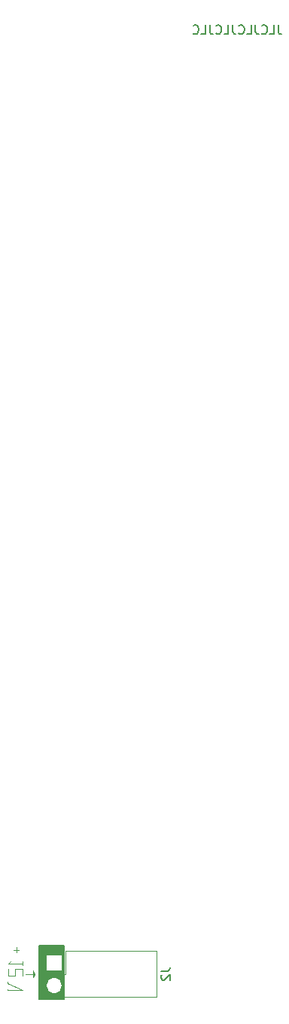
<source format=gbo>
G04 #@! TF.GenerationSoftware,KiCad,Pcbnew,6.0.10+dfsg-1~bpo11+1*
G04 #@! TF.CreationDate,2023-01-12T21:33:18+00:00*
G04 #@! TF.ProjectId,Basic-DC-mixer,42617369-632d-4444-932d-6d697865722e,rev?*
G04 #@! TF.SameCoordinates,Original*
G04 #@! TF.FileFunction,Legend,Bot*
G04 #@! TF.FilePolarity,Positive*
%FSLAX46Y46*%
G04 Gerber Fmt 4.6, Leading zero omitted, Abs format (unit mm)*
G04 Created by KiCad (PCBNEW 6.0.10+dfsg-1~bpo11+1) date 2023-01-12 21:33:18*
%MOMM*%
%LPD*%
G01*
G04 APERTURE LIST*
%ADD10C,0.120000*%
%ADD11C,0.150000*%
%ADD12C,4.000000*%
%ADD13C,1.800000*%
%ADD14R,1.600000X1.600000*%
%ADD15C,1.600000*%
%ADD16O,3.700000X2.400000*%
%ADD17O,1.600000X1.600000*%
%ADD18R,1.800000X1.800000*%
%ADD19R,1.930000X1.830000*%
%ADD20C,2.130000*%
%ADD21R,1.700000X1.700000*%
%ADD22O,1.700000X1.700000*%
G04 APERTURE END LIST*
D10*
X38650000Y-139800000D02*
X40350000Y-139800000D01*
X40350000Y-138200000D02*
X40350000Y-137400000D01*
X39550000Y-138200000D02*
X38750000Y-138200000D01*
X40350000Y-139800000D02*
X38650000Y-139000000D01*
X38750000Y-138200000D02*
X38750000Y-137400000D01*
X40350000Y-136800000D02*
X40350000Y-136600000D01*
X39550000Y-137400000D02*
X39550000Y-138200000D01*
X39650000Y-135600000D02*
X39650000Y-135000000D01*
X38650000Y-139700000D02*
X38650000Y-139800000D01*
G36*
X41700000Y-138000000D02*
G01*
X41500000Y-138400000D01*
X41500000Y-137600000D01*
X41700000Y-138000000D01*
G37*
X41700000Y-138000000D02*
X41500000Y-138400000D01*
X41500000Y-137600000D01*
X41700000Y-138000000D01*
X40350000Y-137400000D02*
X39550000Y-137400000D01*
X38750000Y-136800000D02*
X39050000Y-136500000D01*
X38650000Y-138900000D02*
X38650000Y-139000000D01*
X39950000Y-135300000D02*
X39350000Y-135300000D01*
X40700000Y-138000000D02*
X41700000Y-138000000D01*
D11*
G36*
X45000000Y-140800000D02*
G01*
X42250000Y-140800000D01*
X42250000Y-134800000D01*
X45000000Y-134800000D01*
X45000000Y-140800000D01*
G37*
X45000000Y-140800000D02*
X42250000Y-140800000D01*
X42250000Y-134800000D01*
X45000000Y-134800000D01*
X45000000Y-140800000D01*
D10*
X40350000Y-136800000D02*
X38750000Y-136800000D01*
X40350000Y-137000000D02*
X40350000Y-136800000D01*
D11*
X69119047Y-31452380D02*
X69119047Y-32166666D01*
X69166666Y-32309523D01*
X69261904Y-32404761D01*
X69404761Y-32452380D01*
X69500000Y-32452380D01*
X68166666Y-32452380D02*
X68642857Y-32452380D01*
X68642857Y-31452380D01*
X67261904Y-32357142D02*
X67309523Y-32404761D01*
X67452380Y-32452380D01*
X67547619Y-32452380D01*
X67690476Y-32404761D01*
X67785714Y-32309523D01*
X67833333Y-32214285D01*
X67880952Y-32023809D01*
X67880952Y-31880952D01*
X67833333Y-31690476D01*
X67785714Y-31595238D01*
X67690476Y-31500000D01*
X67547619Y-31452380D01*
X67452380Y-31452380D01*
X67309523Y-31500000D01*
X67261904Y-31547619D01*
X66547619Y-31452380D02*
X66547619Y-32166666D01*
X66595238Y-32309523D01*
X66690476Y-32404761D01*
X66833333Y-32452380D01*
X66928571Y-32452380D01*
X65595238Y-32452380D02*
X66071428Y-32452380D01*
X66071428Y-31452380D01*
X64690476Y-32357142D02*
X64738095Y-32404761D01*
X64880952Y-32452380D01*
X64976190Y-32452380D01*
X65119047Y-32404761D01*
X65214285Y-32309523D01*
X65261904Y-32214285D01*
X65309523Y-32023809D01*
X65309523Y-31880952D01*
X65261904Y-31690476D01*
X65214285Y-31595238D01*
X65119047Y-31500000D01*
X64976190Y-31452380D01*
X64880952Y-31452380D01*
X64738095Y-31500000D01*
X64690476Y-31547619D01*
X63976190Y-31452380D02*
X63976190Y-32166666D01*
X64023809Y-32309523D01*
X64119047Y-32404761D01*
X64261904Y-32452380D01*
X64357142Y-32452380D01*
X63023809Y-32452380D02*
X63500000Y-32452380D01*
X63500000Y-31452380D01*
X62119047Y-32357142D02*
X62166666Y-32404761D01*
X62309523Y-32452380D01*
X62404761Y-32452380D01*
X62547619Y-32404761D01*
X62642857Y-32309523D01*
X62690476Y-32214285D01*
X62738095Y-32023809D01*
X62738095Y-31880952D01*
X62690476Y-31690476D01*
X62642857Y-31595238D01*
X62547619Y-31500000D01*
X62404761Y-31452380D01*
X62309523Y-31452380D01*
X62166666Y-31500000D01*
X62119047Y-31547619D01*
X61404761Y-31452380D02*
X61404761Y-32166666D01*
X61452380Y-32309523D01*
X61547619Y-32404761D01*
X61690476Y-32452380D01*
X61785714Y-32452380D01*
X60452380Y-32452380D02*
X60928571Y-32452380D01*
X60928571Y-31452380D01*
X59547619Y-32357142D02*
X59595238Y-32404761D01*
X59738095Y-32452380D01*
X59833333Y-32452380D01*
X59976190Y-32404761D01*
X60071428Y-32309523D01*
X60119047Y-32214285D01*
X60166666Y-32023809D01*
X60166666Y-31880952D01*
X60119047Y-31690476D01*
X60071428Y-31595238D01*
X59976190Y-31500000D01*
X59833333Y-31452380D01*
X59738095Y-31452380D01*
X59595238Y-31500000D01*
X59547619Y-31547619D01*
X55952380Y-137661666D02*
X56666666Y-137661666D01*
X56809523Y-137614047D01*
X56904761Y-137518809D01*
X56952380Y-137375952D01*
X56952380Y-137280714D01*
X56047619Y-138090238D02*
X56000000Y-138137857D01*
X55952380Y-138233095D01*
X55952380Y-138471190D01*
X56000000Y-138566428D01*
X56047619Y-138614047D01*
X56142857Y-138661666D01*
X56238095Y-138661666D01*
X56380952Y-138614047D01*
X56952380Y-138042619D01*
X56952380Y-138661666D01*
D10*
X42595000Y-137995000D02*
X42595000Y-140595000D01*
X45195000Y-137995000D02*
X42595000Y-137995000D01*
X42595000Y-140595000D02*
X55415000Y-140595000D01*
X45195000Y-135395000D02*
X45195000Y-137995000D01*
X55415000Y-135395000D02*
X55415000Y-140595000D01*
X42595000Y-135395000D02*
X42595000Y-136725000D01*
X43925000Y-135395000D02*
X42595000Y-135395000D01*
X45195000Y-135395000D02*
X55415000Y-135395000D01*
%LPC*%
D12*
X65400000Y-85550000D03*
X56600000Y-85550000D03*
D13*
X63500000Y-92550000D03*
X61000000Y-92550000D03*
X58500000Y-92550000D03*
D12*
X65400000Y-108050000D03*
X56600000Y-108050000D03*
D13*
X63500000Y-115050000D03*
X61000000Y-115050000D03*
X58500000Y-115050000D03*
D14*
X32044888Y-120500000D03*
D15*
X34044888Y-120500000D03*
D16*
X44100000Y-102800000D03*
X44100000Y-107500000D03*
X44100000Y-112200000D03*
X48900000Y-102800000D03*
X48900000Y-107500000D03*
X48900000Y-112200000D03*
D15*
X42500000Y-133580000D03*
D17*
X42500000Y-123420000D03*
D18*
X45225000Y-72500000D03*
D13*
X47765000Y-72500000D03*
D15*
X68080000Y-118500000D03*
D17*
X57920000Y-118500000D03*
D15*
X68080000Y-96000000D03*
D17*
X57920000Y-96000000D03*
D12*
X65400000Y-63050000D03*
X56600000Y-63050000D03*
D13*
X63500000Y-70050000D03*
X61000000Y-70050000D03*
X58500000Y-70050000D03*
D15*
X31920000Y-48500000D03*
D17*
X42080000Y-48500000D03*
D15*
X31920000Y-116000000D03*
D17*
X42080000Y-116000000D03*
D18*
X45225000Y-95000000D03*
D13*
X47765000Y-95000000D03*
D19*
X55000000Y-122000000D03*
D20*
X55000000Y-133400000D03*
X55000000Y-125100000D03*
D15*
X31920000Y-71000000D03*
D17*
X42080000Y-71000000D03*
D19*
X35500000Y-101000000D03*
D20*
X35500000Y-112400000D03*
X35500000Y-104100000D03*
D15*
X48500000Y-133580000D03*
D17*
X48500000Y-123420000D03*
D16*
X44100000Y-35300000D03*
X44100000Y-40000000D03*
X44100000Y-44700000D03*
X48900000Y-35300000D03*
X48900000Y-40000000D03*
X48900000Y-44700000D03*
D12*
X56600000Y-40550000D03*
X65400000Y-40550000D03*
D13*
X63500000Y-47550000D03*
X61000000Y-47550000D03*
X58500000Y-47550000D03*
D15*
X31920000Y-93500000D03*
D17*
X42080000Y-93500000D03*
D18*
X45225000Y-117500000D03*
D13*
X47765000Y-117500000D03*
D15*
X68080000Y-73500000D03*
D17*
X57920000Y-73500000D03*
D15*
X68080000Y-51000000D03*
D17*
X57920000Y-51000000D03*
D19*
X35500000Y-56000000D03*
D20*
X35500000Y-67400000D03*
X35500000Y-59100000D03*
D16*
X44100000Y-80300000D03*
X44100000Y-85000000D03*
X44100000Y-89700000D03*
X48900000Y-80300000D03*
X48900000Y-85000000D03*
X48900000Y-89700000D03*
X44100000Y-57800000D03*
X44100000Y-62500000D03*
X44100000Y-67200000D03*
X48900000Y-57800000D03*
X48900000Y-62500000D03*
X48900000Y-67200000D03*
D19*
X35500000Y-33500000D03*
D20*
X35500000Y-44900000D03*
X35500000Y-36600000D03*
D15*
X45500000Y-123420000D03*
D17*
X45500000Y-133580000D03*
D18*
X45225000Y-50000000D03*
D13*
X47765000Y-50000000D03*
D14*
X34044888Y-137500000D03*
D15*
X36044888Y-137500000D03*
D19*
X35500000Y-78500000D03*
D20*
X35500000Y-89900000D03*
X35500000Y-81600000D03*
D14*
X31700000Y-132800000D03*
D17*
X34240000Y-132800000D03*
X36780000Y-132800000D03*
X39320000Y-132800000D03*
X39320000Y-125180000D03*
X36780000Y-125180000D03*
X34240000Y-125180000D03*
X31700000Y-125180000D03*
D19*
X65000000Y-122000000D03*
D20*
X65000000Y-133400000D03*
X65000000Y-125100000D03*
D21*
X43925000Y-136725000D03*
D22*
X43925000Y-139265000D03*
X46465000Y-136725000D03*
X46465000Y-139265000D03*
X49005000Y-136725000D03*
X49005000Y-139265000D03*
X51545000Y-136725000D03*
X51545000Y-139265000D03*
X54085000Y-136725000D03*
X54085000Y-139265000D03*
M02*

</source>
